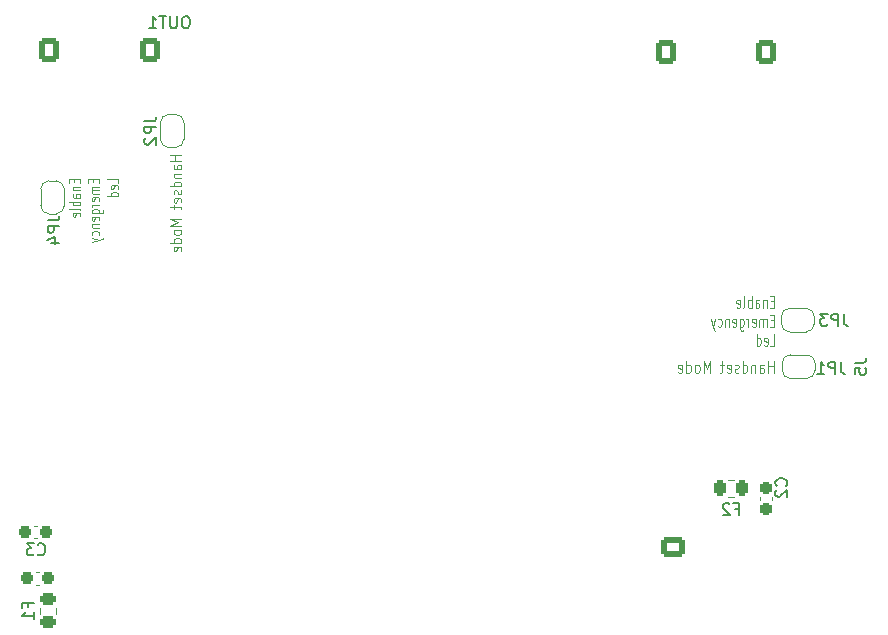
<source format=gbr>
%TF.GenerationSoftware,KiCad,Pcbnew,8.0.9-8.0.9-0~ubuntu22.04.1*%
%TF.CreationDate,2025-11-06T16:29:17+09:00*%
%TF.ProjectId,TweliteEmergencyStop,5477656c-6974-4654-956d-657267656e63,rev?*%
%TF.SameCoordinates,Original*%
%TF.FileFunction,Legend,Bot*%
%TF.FilePolarity,Positive*%
%FSLAX46Y46*%
G04 Gerber Fmt 4.6, Leading zero omitted, Abs format (unit mm)*
G04 Created by KiCad (PCBNEW 8.0.9-8.0.9-0~ubuntu22.04.1) date 2025-11-06 16:29:17*
%MOMM*%
%LPD*%
G01*
G04 APERTURE LIST*
G04 Aperture macros list*
%AMRoundRect*
0 Rectangle with rounded corners*
0 $1 Rounding radius*
0 $2 $3 $4 $5 $6 $7 $8 $9 X,Y pos of 4 corners*
0 Add a 4 corners polygon primitive as box body*
4,1,4,$2,$3,$4,$5,$6,$7,$8,$9,$2,$3,0*
0 Add four circle primitives for the rounded corners*
1,1,$1+$1,$2,$3*
1,1,$1+$1,$4,$5*
1,1,$1+$1,$6,$7*
1,1,$1+$1,$8,$9*
0 Add four rect primitives between the rounded corners*
20,1,$1+$1,$2,$3,$4,$5,0*
20,1,$1+$1,$4,$5,$6,$7,0*
20,1,$1+$1,$6,$7,$8,$9,0*
20,1,$1+$1,$8,$9,$2,$3,0*%
%AMHorizOval*
0 Thick line with rounded ends*
0 $1 width*
0 $2 $3 position (X,Y) of the first rounded end (center of the circle)*
0 $4 $5 position (X,Y) of the second rounded end (center of the circle)*
0 Add line between two ends*
20,1,$1,$2,$3,$4,$5,0*
0 Add two circle primitives to create the rounded ends*
1,1,$1,$2,$3*
1,1,$1,$4,$5*%
%AMFreePoly0*
4,1,19,0.500000,-0.750000,0.000000,-0.750000,0.000000,-0.744911,-0.071157,-0.744911,-0.207708,-0.704816,-0.327430,-0.627875,-0.420627,-0.520320,-0.479746,-0.390866,-0.500000,-0.250000,-0.500000,0.250000,-0.479746,0.390866,-0.420627,0.520320,-0.327430,0.627875,-0.207708,0.704816,-0.071157,0.744911,0.000000,0.744911,0.000000,0.750000,0.500000,0.750000,0.500000,-0.750000,0.500000,-0.750000,
$1*%
%AMFreePoly1*
4,1,19,0.000000,0.744911,0.071157,0.744911,0.207708,0.704816,0.327430,0.627875,0.420627,0.520320,0.479746,0.390866,0.500000,0.250000,0.500000,-0.250000,0.479746,-0.390866,0.420627,-0.520320,0.327430,-0.627875,0.207708,-0.704816,0.071157,-0.744911,0.000000,-0.744911,0.000000,-0.750000,-0.500000,-0.750000,-0.500000,0.750000,0.000000,0.750000,0.000000,0.744911,0.000000,0.744911,
$1*%
G04 Aperture macros list end*
%ADD10C,0.125000*%
%ADD11C,0.150000*%
%ADD12C,0.120000*%
%ADD13RoundRect,0.250000X-0.600000X-0.725000X0.600000X-0.725000X0.600000X0.725000X-0.600000X0.725000X0*%
%ADD14O,1.700000X1.950000*%
%ADD15R,1.700000X1.700000*%
%ADD16O,1.700000X1.700000*%
%ADD17RoundRect,0.250000X0.725000X-0.600000X0.725000X0.600000X-0.725000X0.600000X-0.725000X-0.600000X0*%
%ADD18O,1.950000X1.700000*%
%ADD19C,2.000000*%
%ADD20R,1.600000X1.600000*%
%ADD21O,1.600000X1.600000*%
%ADD22RoundRect,0.250000X0.600000X0.725000X-0.600000X0.725000X-0.600000X-0.725000X0.600000X-0.725000X0*%
%ADD23C,1.700000*%
%ADD24C,5.600000*%
%ADD25R,1.800000X1.800000*%
%ADD26C,1.800000*%
%ADD27RoundRect,0.250000X-0.725000X0.600000X-0.725000X-0.600000X0.725000X-0.600000X0.725000X0.600000X0*%
%ADD28HorizOval,3.100000X0.424264X0.424264X-0.424264X-0.424264X0*%
%ADD29RoundRect,0.237500X0.300000X0.237500X-0.300000X0.237500X-0.300000X-0.237500X0.300000X-0.237500X0*%
%ADD30FreePoly0,0.000000*%
%ADD31FreePoly1,0.000000*%
%ADD32RoundRect,0.237500X-0.237500X0.300000X-0.237500X-0.300000X0.237500X-0.300000X0.237500X0.300000X0*%
%ADD33RoundRect,0.243750X-0.456250X0.243750X-0.456250X-0.243750X0.456250X-0.243750X0.456250X0.243750X0*%
%ADD34FreePoly0,270.000000*%
%ADD35FreePoly1,270.000000*%
%ADD36RoundRect,0.243750X0.243750X0.456250X-0.243750X0.456250X-0.243750X-0.456250X0.243750X-0.456250X0*%
%ADD37FreePoly0,180.000000*%
%ADD38FreePoly1,180.000000*%
G04 APERTURE END LIST*
D10*
X223381097Y-62739421D02*
X223147764Y-62739421D01*
X223047764Y-63263231D02*
X223381097Y-63263231D01*
X223381097Y-63263231D02*
X223381097Y-62263231D01*
X223381097Y-62263231D02*
X223047764Y-62263231D01*
X222747764Y-62596564D02*
X222747764Y-63263231D01*
X222747764Y-62691802D02*
X222714431Y-62644183D01*
X222714431Y-62644183D02*
X222647764Y-62596564D01*
X222647764Y-62596564D02*
X222547764Y-62596564D01*
X222547764Y-62596564D02*
X222481097Y-62644183D01*
X222481097Y-62644183D02*
X222447764Y-62739421D01*
X222447764Y-62739421D02*
X222447764Y-63263231D01*
X221814431Y-63263231D02*
X221814431Y-62739421D01*
X221814431Y-62739421D02*
X221847764Y-62644183D01*
X221847764Y-62644183D02*
X221914431Y-62596564D01*
X221914431Y-62596564D02*
X222047764Y-62596564D01*
X222047764Y-62596564D02*
X222114431Y-62644183D01*
X221814431Y-63215612D02*
X221881098Y-63263231D01*
X221881098Y-63263231D02*
X222047764Y-63263231D01*
X222047764Y-63263231D02*
X222114431Y-63215612D01*
X222114431Y-63215612D02*
X222147764Y-63120373D01*
X222147764Y-63120373D02*
X222147764Y-63025135D01*
X222147764Y-63025135D02*
X222114431Y-62929897D01*
X222114431Y-62929897D02*
X222047764Y-62882278D01*
X222047764Y-62882278D02*
X221881098Y-62882278D01*
X221881098Y-62882278D02*
X221814431Y-62834659D01*
X221481098Y-63263231D02*
X221481098Y-62263231D01*
X221481098Y-62644183D02*
X221414431Y-62596564D01*
X221414431Y-62596564D02*
X221281098Y-62596564D01*
X221281098Y-62596564D02*
X221214431Y-62644183D01*
X221214431Y-62644183D02*
X221181098Y-62691802D01*
X221181098Y-62691802D02*
X221147765Y-62787040D01*
X221147765Y-62787040D02*
X221147765Y-63072754D01*
X221147765Y-63072754D02*
X221181098Y-63167992D01*
X221181098Y-63167992D02*
X221214431Y-63215612D01*
X221214431Y-63215612D02*
X221281098Y-63263231D01*
X221281098Y-63263231D02*
X221414431Y-63263231D01*
X221414431Y-63263231D02*
X221481098Y-63215612D01*
X220747765Y-63263231D02*
X220814432Y-63215612D01*
X220814432Y-63215612D02*
X220847765Y-63120373D01*
X220847765Y-63120373D02*
X220847765Y-62263231D01*
X220214431Y-63215612D02*
X220281098Y-63263231D01*
X220281098Y-63263231D02*
X220414431Y-63263231D01*
X220414431Y-63263231D02*
X220481098Y-63215612D01*
X220481098Y-63215612D02*
X220514431Y-63120373D01*
X220514431Y-63120373D02*
X220514431Y-62739421D01*
X220514431Y-62739421D02*
X220481098Y-62644183D01*
X220481098Y-62644183D02*
X220414431Y-62596564D01*
X220414431Y-62596564D02*
X220281098Y-62596564D01*
X220281098Y-62596564D02*
X220214431Y-62644183D01*
X220214431Y-62644183D02*
X220181098Y-62739421D01*
X220181098Y-62739421D02*
X220181098Y-62834659D01*
X220181098Y-62834659D02*
X220514431Y-62929897D01*
X223381097Y-64349365D02*
X223147764Y-64349365D01*
X223047764Y-64873175D02*
X223381097Y-64873175D01*
X223381097Y-64873175D02*
X223381097Y-63873175D01*
X223381097Y-63873175D02*
X223047764Y-63873175D01*
X222747764Y-64873175D02*
X222747764Y-64206508D01*
X222747764Y-64301746D02*
X222714431Y-64254127D01*
X222714431Y-64254127D02*
X222647764Y-64206508D01*
X222647764Y-64206508D02*
X222547764Y-64206508D01*
X222547764Y-64206508D02*
X222481097Y-64254127D01*
X222481097Y-64254127D02*
X222447764Y-64349365D01*
X222447764Y-64349365D02*
X222447764Y-64873175D01*
X222447764Y-64349365D02*
X222414431Y-64254127D01*
X222414431Y-64254127D02*
X222347764Y-64206508D01*
X222347764Y-64206508D02*
X222247764Y-64206508D01*
X222247764Y-64206508D02*
X222181097Y-64254127D01*
X222181097Y-64254127D02*
X222147764Y-64349365D01*
X222147764Y-64349365D02*
X222147764Y-64873175D01*
X221547764Y-64825556D02*
X221614431Y-64873175D01*
X221614431Y-64873175D02*
X221747764Y-64873175D01*
X221747764Y-64873175D02*
X221814431Y-64825556D01*
X221814431Y-64825556D02*
X221847764Y-64730317D01*
X221847764Y-64730317D02*
X221847764Y-64349365D01*
X221847764Y-64349365D02*
X221814431Y-64254127D01*
X221814431Y-64254127D02*
X221747764Y-64206508D01*
X221747764Y-64206508D02*
X221614431Y-64206508D01*
X221614431Y-64206508D02*
X221547764Y-64254127D01*
X221547764Y-64254127D02*
X221514431Y-64349365D01*
X221514431Y-64349365D02*
X221514431Y-64444603D01*
X221514431Y-64444603D02*
X221847764Y-64539841D01*
X221214431Y-64873175D02*
X221214431Y-64206508D01*
X221214431Y-64396984D02*
X221181098Y-64301746D01*
X221181098Y-64301746D02*
X221147764Y-64254127D01*
X221147764Y-64254127D02*
X221081098Y-64206508D01*
X221081098Y-64206508D02*
X221014431Y-64206508D01*
X220481098Y-64206508D02*
X220481098Y-65016032D01*
X220481098Y-65016032D02*
X220514431Y-65111270D01*
X220514431Y-65111270D02*
X220547765Y-65158889D01*
X220547765Y-65158889D02*
X220614431Y-65206508D01*
X220614431Y-65206508D02*
X220714431Y-65206508D01*
X220714431Y-65206508D02*
X220781098Y-65158889D01*
X220481098Y-64825556D02*
X220547765Y-64873175D01*
X220547765Y-64873175D02*
X220681098Y-64873175D01*
X220681098Y-64873175D02*
X220747765Y-64825556D01*
X220747765Y-64825556D02*
X220781098Y-64777936D01*
X220781098Y-64777936D02*
X220814431Y-64682698D01*
X220814431Y-64682698D02*
X220814431Y-64396984D01*
X220814431Y-64396984D02*
X220781098Y-64301746D01*
X220781098Y-64301746D02*
X220747765Y-64254127D01*
X220747765Y-64254127D02*
X220681098Y-64206508D01*
X220681098Y-64206508D02*
X220547765Y-64206508D01*
X220547765Y-64206508D02*
X220481098Y-64254127D01*
X219881098Y-64825556D02*
X219947765Y-64873175D01*
X219947765Y-64873175D02*
X220081098Y-64873175D01*
X220081098Y-64873175D02*
X220147765Y-64825556D01*
X220147765Y-64825556D02*
X220181098Y-64730317D01*
X220181098Y-64730317D02*
X220181098Y-64349365D01*
X220181098Y-64349365D02*
X220147765Y-64254127D01*
X220147765Y-64254127D02*
X220081098Y-64206508D01*
X220081098Y-64206508D02*
X219947765Y-64206508D01*
X219947765Y-64206508D02*
X219881098Y-64254127D01*
X219881098Y-64254127D02*
X219847765Y-64349365D01*
X219847765Y-64349365D02*
X219847765Y-64444603D01*
X219847765Y-64444603D02*
X220181098Y-64539841D01*
X219547765Y-64206508D02*
X219547765Y-64873175D01*
X219547765Y-64301746D02*
X219514432Y-64254127D01*
X219514432Y-64254127D02*
X219447765Y-64206508D01*
X219447765Y-64206508D02*
X219347765Y-64206508D01*
X219347765Y-64206508D02*
X219281098Y-64254127D01*
X219281098Y-64254127D02*
X219247765Y-64349365D01*
X219247765Y-64349365D02*
X219247765Y-64873175D01*
X218614432Y-64825556D02*
X218681099Y-64873175D01*
X218681099Y-64873175D02*
X218814432Y-64873175D01*
X218814432Y-64873175D02*
X218881099Y-64825556D01*
X218881099Y-64825556D02*
X218914432Y-64777936D01*
X218914432Y-64777936D02*
X218947765Y-64682698D01*
X218947765Y-64682698D02*
X218947765Y-64396984D01*
X218947765Y-64396984D02*
X218914432Y-64301746D01*
X218914432Y-64301746D02*
X218881099Y-64254127D01*
X218881099Y-64254127D02*
X218814432Y-64206508D01*
X218814432Y-64206508D02*
X218681099Y-64206508D01*
X218681099Y-64206508D02*
X218614432Y-64254127D01*
X218381099Y-64206508D02*
X218214432Y-64873175D01*
X218047765Y-64206508D02*
X218214432Y-64873175D01*
X218214432Y-64873175D02*
X218281099Y-65111270D01*
X218281099Y-65111270D02*
X218314432Y-65158889D01*
X218314432Y-65158889D02*
X218381099Y-65206508D01*
X223047764Y-66483119D02*
X223381097Y-66483119D01*
X223381097Y-66483119D02*
X223381097Y-65483119D01*
X222547763Y-66435500D02*
X222614430Y-66483119D01*
X222614430Y-66483119D02*
X222747763Y-66483119D01*
X222747763Y-66483119D02*
X222814430Y-66435500D01*
X222814430Y-66435500D02*
X222847763Y-66340261D01*
X222847763Y-66340261D02*
X222847763Y-65959309D01*
X222847763Y-65959309D02*
X222814430Y-65864071D01*
X222814430Y-65864071D02*
X222747763Y-65816452D01*
X222747763Y-65816452D02*
X222614430Y-65816452D01*
X222614430Y-65816452D02*
X222547763Y-65864071D01*
X222547763Y-65864071D02*
X222514430Y-65959309D01*
X222514430Y-65959309D02*
X222514430Y-66054547D01*
X222514430Y-66054547D02*
X222847763Y-66149785D01*
X221914430Y-66483119D02*
X221914430Y-65483119D01*
X221914430Y-66435500D02*
X221981097Y-66483119D01*
X221981097Y-66483119D02*
X222114430Y-66483119D01*
X222114430Y-66483119D02*
X222181097Y-66435500D01*
X222181097Y-66435500D02*
X222214430Y-66387880D01*
X222214430Y-66387880D02*
X222247763Y-66292642D01*
X222247763Y-66292642D02*
X222247763Y-66006928D01*
X222247763Y-66006928D02*
X222214430Y-65911690D01*
X222214430Y-65911690D02*
X222181097Y-65864071D01*
X222181097Y-65864071D02*
X222114430Y-65816452D01*
X222114430Y-65816452D02*
X221981097Y-65816452D01*
X221981097Y-65816452D02*
X221914430Y-65864071D01*
X173209119Y-50374712D02*
X172209119Y-50374712D01*
X172685309Y-50374712D02*
X172685309Y-50831855D01*
X173209119Y-50831855D02*
X172209119Y-50831855D01*
X173209119Y-51555664D02*
X172685309Y-51555664D01*
X172685309Y-51555664D02*
X172590071Y-51517569D01*
X172590071Y-51517569D02*
X172542452Y-51441378D01*
X172542452Y-51441378D02*
X172542452Y-51288997D01*
X172542452Y-51288997D02*
X172590071Y-51212807D01*
X173161500Y-51555664D02*
X173209119Y-51479473D01*
X173209119Y-51479473D02*
X173209119Y-51288997D01*
X173209119Y-51288997D02*
X173161500Y-51212807D01*
X173161500Y-51212807D02*
X173066261Y-51174711D01*
X173066261Y-51174711D02*
X172971023Y-51174711D01*
X172971023Y-51174711D02*
X172875785Y-51212807D01*
X172875785Y-51212807D02*
X172828166Y-51288997D01*
X172828166Y-51288997D02*
X172828166Y-51479473D01*
X172828166Y-51479473D02*
X172780547Y-51555664D01*
X172542452Y-51936617D02*
X173209119Y-51936617D01*
X172637690Y-51936617D02*
X172590071Y-51974712D01*
X172590071Y-51974712D02*
X172542452Y-52050902D01*
X172542452Y-52050902D02*
X172542452Y-52165188D01*
X172542452Y-52165188D02*
X172590071Y-52241379D01*
X172590071Y-52241379D02*
X172685309Y-52279474D01*
X172685309Y-52279474D02*
X173209119Y-52279474D01*
X173209119Y-53003284D02*
X172209119Y-53003284D01*
X173161500Y-53003284D02*
X173209119Y-52927093D01*
X173209119Y-52927093D02*
X173209119Y-52774712D01*
X173209119Y-52774712D02*
X173161500Y-52698522D01*
X173161500Y-52698522D02*
X173113880Y-52660427D01*
X173113880Y-52660427D02*
X173018642Y-52622331D01*
X173018642Y-52622331D02*
X172732928Y-52622331D01*
X172732928Y-52622331D02*
X172637690Y-52660427D01*
X172637690Y-52660427D02*
X172590071Y-52698522D01*
X172590071Y-52698522D02*
X172542452Y-52774712D01*
X172542452Y-52774712D02*
X172542452Y-52927093D01*
X172542452Y-52927093D02*
X172590071Y-53003284D01*
X173161500Y-53346141D02*
X173209119Y-53422332D01*
X173209119Y-53422332D02*
X173209119Y-53574713D01*
X173209119Y-53574713D02*
X173161500Y-53650903D01*
X173161500Y-53650903D02*
X173066261Y-53688999D01*
X173066261Y-53688999D02*
X173018642Y-53688999D01*
X173018642Y-53688999D02*
X172923404Y-53650903D01*
X172923404Y-53650903D02*
X172875785Y-53574713D01*
X172875785Y-53574713D02*
X172875785Y-53460427D01*
X172875785Y-53460427D02*
X172828166Y-53384237D01*
X172828166Y-53384237D02*
X172732928Y-53346141D01*
X172732928Y-53346141D02*
X172685309Y-53346141D01*
X172685309Y-53346141D02*
X172590071Y-53384237D01*
X172590071Y-53384237D02*
X172542452Y-53460427D01*
X172542452Y-53460427D02*
X172542452Y-53574713D01*
X172542452Y-53574713D02*
X172590071Y-53650903D01*
X173161500Y-54336618D02*
X173209119Y-54260427D01*
X173209119Y-54260427D02*
X173209119Y-54108046D01*
X173209119Y-54108046D02*
X173161500Y-54031856D01*
X173161500Y-54031856D02*
X173066261Y-53993760D01*
X173066261Y-53993760D02*
X172685309Y-53993760D01*
X172685309Y-53993760D02*
X172590071Y-54031856D01*
X172590071Y-54031856D02*
X172542452Y-54108046D01*
X172542452Y-54108046D02*
X172542452Y-54260427D01*
X172542452Y-54260427D02*
X172590071Y-54336618D01*
X172590071Y-54336618D02*
X172685309Y-54374713D01*
X172685309Y-54374713D02*
X172780547Y-54374713D01*
X172780547Y-54374713D02*
X172875785Y-53993760D01*
X172542452Y-54603284D02*
X172542452Y-54908046D01*
X172209119Y-54717570D02*
X173066261Y-54717570D01*
X173066261Y-54717570D02*
X173161500Y-54755665D01*
X173161500Y-54755665D02*
X173209119Y-54831855D01*
X173209119Y-54831855D02*
X173209119Y-54908046D01*
X173209119Y-55784237D02*
X172209119Y-55784237D01*
X172209119Y-55784237D02*
X172923404Y-56050903D01*
X172923404Y-56050903D02*
X172209119Y-56317570D01*
X172209119Y-56317570D02*
X173209119Y-56317570D01*
X173209119Y-56812808D02*
X173161500Y-56736618D01*
X173161500Y-56736618D02*
X173113880Y-56698523D01*
X173113880Y-56698523D02*
X173018642Y-56660427D01*
X173018642Y-56660427D02*
X172732928Y-56660427D01*
X172732928Y-56660427D02*
X172637690Y-56698523D01*
X172637690Y-56698523D02*
X172590071Y-56736618D01*
X172590071Y-56736618D02*
X172542452Y-56812808D01*
X172542452Y-56812808D02*
X172542452Y-56927094D01*
X172542452Y-56927094D02*
X172590071Y-57003285D01*
X172590071Y-57003285D02*
X172637690Y-57041380D01*
X172637690Y-57041380D02*
X172732928Y-57079475D01*
X172732928Y-57079475D02*
X173018642Y-57079475D01*
X173018642Y-57079475D02*
X173113880Y-57041380D01*
X173113880Y-57041380D02*
X173161500Y-57003285D01*
X173161500Y-57003285D02*
X173209119Y-56927094D01*
X173209119Y-56927094D02*
X173209119Y-56812808D01*
X173209119Y-57765190D02*
X172209119Y-57765190D01*
X173161500Y-57765190D02*
X173209119Y-57688999D01*
X173209119Y-57688999D02*
X173209119Y-57536618D01*
X173209119Y-57536618D02*
X173161500Y-57460428D01*
X173161500Y-57460428D02*
X173113880Y-57422333D01*
X173113880Y-57422333D02*
X173018642Y-57384237D01*
X173018642Y-57384237D02*
X172732928Y-57384237D01*
X172732928Y-57384237D02*
X172637690Y-57422333D01*
X172637690Y-57422333D02*
X172590071Y-57460428D01*
X172590071Y-57460428D02*
X172542452Y-57536618D01*
X172542452Y-57536618D02*
X172542452Y-57688999D01*
X172542452Y-57688999D02*
X172590071Y-57765190D01*
X173161500Y-58450905D02*
X173209119Y-58374714D01*
X173209119Y-58374714D02*
X173209119Y-58222333D01*
X173209119Y-58222333D02*
X173161500Y-58146143D01*
X173161500Y-58146143D02*
X173066261Y-58108047D01*
X173066261Y-58108047D02*
X172685309Y-58108047D01*
X172685309Y-58108047D02*
X172590071Y-58146143D01*
X172590071Y-58146143D02*
X172542452Y-58222333D01*
X172542452Y-58222333D02*
X172542452Y-58374714D01*
X172542452Y-58374714D02*
X172590071Y-58450905D01*
X172590071Y-58450905D02*
X172685309Y-58489000D01*
X172685309Y-58489000D02*
X172780547Y-58489000D01*
X172780547Y-58489000D02*
X172875785Y-58108047D01*
X164131421Y-52382902D02*
X164131421Y-52616236D01*
X164655231Y-52716236D02*
X164655231Y-52382902D01*
X164655231Y-52382902D02*
X163655231Y-52382902D01*
X163655231Y-52382902D02*
X163655231Y-52716236D01*
X163988564Y-53016235D02*
X164655231Y-53016235D01*
X164083802Y-53016235D02*
X164036183Y-53049569D01*
X164036183Y-53049569D02*
X163988564Y-53116235D01*
X163988564Y-53116235D02*
X163988564Y-53216235D01*
X163988564Y-53216235D02*
X164036183Y-53282902D01*
X164036183Y-53282902D02*
X164131421Y-53316235D01*
X164131421Y-53316235D02*
X164655231Y-53316235D01*
X164655231Y-53949568D02*
X164131421Y-53949568D01*
X164131421Y-53949568D02*
X164036183Y-53916235D01*
X164036183Y-53916235D02*
X163988564Y-53849568D01*
X163988564Y-53849568D02*
X163988564Y-53716235D01*
X163988564Y-53716235D02*
X164036183Y-53649568D01*
X164607612Y-53949568D02*
X164655231Y-53882902D01*
X164655231Y-53882902D02*
X164655231Y-53716235D01*
X164655231Y-53716235D02*
X164607612Y-53649568D01*
X164607612Y-53649568D02*
X164512373Y-53616235D01*
X164512373Y-53616235D02*
X164417135Y-53616235D01*
X164417135Y-53616235D02*
X164321897Y-53649568D01*
X164321897Y-53649568D02*
X164274278Y-53716235D01*
X164274278Y-53716235D02*
X164274278Y-53882902D01*
X164274278Y-53882902D02*
X164226659Y-53949568D01*
X164655231Y-54282901D02*
X163655231Y-54282901D01*
X164036183Y-54282901D02*
X163988564Y-54349568D01*
X163988564Y-54349568D02*
X163988564Y-54482901D01*
X163988564Y-54482901D02*
X164036183Y-54549568D01*
X164036183Y-54549568D02*
X164083802Y-54582901D01*
X164083802Y-54582901D02*
X164179040Y-54616235D01*
X164179040Y-54616235D02*
X164464754Y-54616235D01*
X164464754Y-54616235D02*
X164559992Y-54582901D01*
X164559992Y-54582901D02*
X164607612Y-54549568D01*
X164607612Y-54549568D02*
X164655231Y-54482901D01*
X164655231Y-54482901D02*
X164655231Y-54349568D01*
X164655231Y-54349568D02*
X164607612Y-54282901D01*
X164655231Y-55016234D02*
X164607612Y-54949568D01*
X164607612Y-54949568D02*
X164512373Y-54916234D01*
X164512373Y-54916234D02*
X163655231Y-54916234D01*
X164607612Y-55549568D02*
X164655231Y-55482901D01*
X164655231Y-55482901D02*
X164655231Y-55349568D01*
X164655231Y-55349568D02*
X164607612Y-55282901D01*
X164607612Y-55282901D02*
X164512373Y-55249568D01*
X164512373Y-55249568D02*
X164131421Y-55249568D01*
X164131421Y-55249568D02*
X164036183Y-55282901D01*
X164036183Y-55282901D02*
X163988564Y-55349568D01*
X163988564Y-55349568D02*
X163988564Y-55482901D01*
X163988564Y-55482901D02*
X164036183Y-55549568D01*
X164036183Y-55549568D02*
X164131421Y-55582901D01*
X164131421Y-55582901D02*
X164226659Y-55582901D01*
X164226659Y-55582901D02*
X164321897Y-55249568D01*
X165741365Y-52382902D02*
X165741365Y-52616236D01*
X166265175Y-52716236D02*
X166265175Y-52382902D01*
X166265175Y-52382902D02*
X165265175Y-52382902D01*
X165265175Y-52382902D02*
X165265175Y-52716236D01*
X166265175Y-53016235D02*
X165598508Y-53016235D01*
X165693746Y-53016235D02*
X165646127Y-53049569D01*
X165646127Y-53049569D02*
X165598508Y-53116235D01*
X165598508Y-53116235D02*
X165598508Y-53216235D01*
X165598508Y-53216235D02*
X165646127Y-53282902D01*
X165646127Y-53282902D02*
X165741365Y-53316235D01*
X165741365Y-53316235D02*
X166265175Y-53316235D01*
X165741365Y-53316235D02*
X165646127Y-53349569D01*
X165646127Y-53349569D02*
X165598508Y-53416235D01*
X165598508Y-53416235D02*
X165598508Y-53516235D01*
X165598508Y-53516235D02*
X165646127Y-53582902D01*
X165646127Y-53582902D02*
X165741365Y-53616235D01*
X165741365Y-53616235D02*
X166265175Y-53616235D01*
X166217556Y-54216235D02*
X166265175Y-54149568D01*
X166265175Y-54149568D02*
X166265175Y-54016235D01*
X166265175Y-54016235D02*
X166217556Y-53949568D01*
X166217556Y-53949568D02*
X166122317Y-53916235D01*
X166122317Y-53916235D02*
X165741365Y-53916235D01*
X165741365Y-53916235D02*
X165646127Y-53949568D01*
X165646127Y-53949568D02*
X165598508Y-54016235D01*
X165598508Y-54016235D02*
X165598508Y-54149568D01*
X165598508Y-54149568D02*
X165646127Y-54216235D01*
X165646127Y-54216235D02*
X165741365Y-54249568D01*
X165741365Y-54249568D02*
X165836603Y-54249568D01*
X165836603Y-54249568D02*
X165931841Y-53916235D01*
X166265175Y-54549568D02*
X165598508Y-54549568D01*
X165788984Y-54549568D02*
X165693746Y-54582902D01*
X165693746Y-54582902D02*
X165646127Y-54616235D01*
X165646127Y-54616235D02*
X165598508Y-54682902D01*
X165598508Y-54682902D02*
X165598508Y-54749568D01*
X165598508Y-55282901D02*
X166408032Y-55282901D01*
X166408032Y-55282901D02*
X166503270Y-55249568D01*
X166503270Y-55249568D02*
X166550889Y-55216235D01*
X166550889Y-55216235D02*
X166598508Y-55149568D01*
X166598508Y-55149568D02*
X166598508Y-55049568D01*
X166598508Y-55049568D02*
X166550889Y-54982901D01*
X166217556Y-55282901D02*
X166265175Y-55216235D01*
X166265175Y-55216235D02*
X166265175Y-55082901D01*
X166265175Y-55082901D02*
X166217556Y-55016235D01*
X166217556Y-55016235D02*
X166169936Y-54982901D01*
X166169936Y-54982901D02*
X166074698Y-54949568D01*
X166074698Y-54949568D02*
X165788984Y-54949568D01*
X165788984Y-54949568D02*
X165693746Y-54982901D01*
X165693746Y-54982901D02*
X165646127Y-55016235D01*
X165646127Y-55016235D02*
X165598508Y-55082901D01*
X165598508Y-55082901D02*
X165598508Y-55216235D01*
X165598508Y-55216235D02*
X165646127Y-55282901D01*
X166217556Y-55882901D02*
X166265175Y-55816234D01*
X166265175Y-55816234D02*
X166265175Y-55682901D01*
X166265175Y-55682901D02*
X166217556Y-55616234D01*
X166217556Y-55616234D02*
X166122317Y-55582901D01*
X166122317Y-55582901D02*
X165741365Y-55582901D01*
X165741365Y-55582901D02*
X165646127Y-55616234D01*
X165646127Y-55616234D02*
X165598508Y-55682901D01*
X165598508Y-55682901D02*
X165598508Y-55816234D01*
X165598508Y-55816234D02*
X165646127Y-55882901D01*
X165646127Y-55882901D02*
X165741365Y-55916234D01*
X165741365Y-55916234D02*
X165836603Y-55916234D01*
X165836603Y-55916234D02*
X165931841Y-55582901D01*
X165598508Y-56216234D02*
X166265175Y-56216234D01*
X165693746Y-56216234D02*
X165646127Y-56249568D01*
X165646127Y-56249568D02*
X165598508Y-56316234D01*
X165598508Y-56316234D02*
X165598508Y-56416234D01*
X165598508Y-56416234D02*
X165646127Y-56482901D01*
X165646127Y-56482901D02*
X165741365Y-56516234D01*
X165741365Y-56516234D02*
X166265175Y-56516234D01*
X166217556Y-57149567D02*
X166265175Y-57082901D01*
X166265175Y-57082901D02*
X166265175Y-56949567D01*
X166265175Y-56949567D02*
X166217556Y-56882901D01*
X166217556Y-56882901D02*
X166169936Y-56849567D01*
X166169936Y-56849567D02*
X166074698Y-56816234D01*
X166074698Y-56816234D02*
X165788984Y-56816234D01*
X165788984Y-56816234D02*
X165693746Y-56849567D01*
X165693746Y-56849567D02*
X165646127Y-56882901D01*
X165646127Y-56882901D02*
X165598508Y-56949567D01*
X165598508Y-56949567D02*
X165598508Y-57082901D01*
X165598508Y-57082901D02*
X165646127Y-57149567D01*
X165598508Y-57382901D02*
X166265175Y-57549567D01*
X165598508Y-57716234D02*
X166265175Y-57549567D01*
X166265175Y-57549567D02*
X166503270Y-57482901D01*
X166503270Y-57482901D02*
X166550889Y-57449567D01*
X166550889Y-57449567D02*
X166598508Y-57382901D01*
X167875119Y-52716236D02*
X167875119Y-52382902D01*
X167875119Y-52382902D02*
X166875119Y-52382902D01*
X167827500Y-53216236D02*
X167875119Y-53149569D01*
X167875119Y-53149569D02*
X167875119Y-53016236D01*
X167875119Y-53016236D02*
X167827500Y-52949569D01*
X167827500Y-52949569D02*
X167732261Y-52916236D01*
X167732261Y-52916236D02*
X167351309Y-52916236D01*
X167351309Y-52916236D02*
X167256071Y-52949569D01*
X167256071Y-52949569D02*
X167208452Y-53016236D01*
X167208452Y-53016236D02*
X167208452Y-53149569D01*
X167208452Y-53149569D02*
X167256071Y-53216236D01*
X167256071Y-53216236D02*
X167351309Y-53249569D01*
X167351309Y-53249569D02*
X167446547Y-53249569D01*
X167446547Y-53249569D02*
X167541785Y-52916236D01*
X167875119Y-53849569D02*
X166875119Y-53849569D01*
X167827500Y-53849569D02*
X167875119Y-53782903D01*
X167875119Y-53782903D02*
X167875119Y-53649569D01*
X167875119Y-53649569D02*
X167827500Y-53582903D01*
X167827500Y-53582903D02*
X167779880Y-53549569D01*
X167779880Y-53549569D02*
X167684642Y-53516236D01*
X167684642Y-53516236D02*
X167398928Y-53516236D01*
X167398928Y-53516236D02*
X167303690Y-53549569D01*
X167303690Y-53549569D02*
X167256071Y-53582903D01*
X167256071Y-53582903D02*
X167208452Y-53649569D01*
X167208452Y-53649569D02*
X167208452Y-53782903D01*
X167208452Y-53782903D02*
X167256071Y-53849569D01*
X223357287Y-68769119D02*
X223357287Y-67769119D01*
X223357287Y-68245309D02*
X222900144Y-68245309D01*
X222900144Y-68769119D02*
X222900144Y-67769119D01*
X222176335Y-68769119D02*
X222176335Y-68245309D01*
X222176335Y-68245309D02*
X222214430Y-68150071D01*
X222214430Y-68150071D02*
X222290621Y-68102452D01*
X222290621Y-68102452D02*
X222443002Y-68102452D01*
X222443002Y-68102452D02*
X222519192Y-68150071D01*
X222176335Y-68721500D02*
X222252526Y-68769119D01*
X222252526Y-68769119D02*
X222443002Y-68769119D01*
X222443002Y-68769119D02*
X222519192Y-68721500D01*
X222519192Y-68721500D02*
X222557288Y-68626261D01*
X222557288Y-68626261D02*
X222557288Y-68531023D01*
X222557288Y-68531023D02*
X222519192Y-68435785D01*
X222519192Y-68435785D02*
X222443002Y-68388166D01*
X222443002Y-68388166D02*
X222252526Y-68388166D01*
X222252526Y-68388166D02*
X222176335Y-68340547D01*
X221795382Y-68102452D02*
X221795382Y-68769119D01*
X221795382Y-68197690D02*
X221757287Y-68150071D01*
X221757287Y-68150071D02*
X221681097Y-68102452D01*
X221681097Y-68102452D02*
X221566811Y-68102452D01*
X221566811Y-68102452D02*
X221490620Y-68150071D01*
X221490620Y-68150071D02*
X221452525Y-68245309D01*
X221452525Y-68245309D02*
X221452525Y-68769119D01*
X220728715Y-68769119D02*
X220728715Y-67769119D01*
X220728715Y-68721500D02*
X220804906Y-68769119D01*
X220804906Y-68769119D02*
X220957287Y-68769119D01*
X220957287Y-68769119D02*
X221033477Y-68721500D01*
X221033477Y-68721500D02*
X221071572Y-68673880D01*
X221071572Y-68673880D02*
X221109668Y-68578642D01*
X221109668Y-68578642D02*
X221109668Y-68292928D01*
X221109668Y-68292928D02*
X221071572Y-68197690D01*
X221071572Y-68197690D02*
X221033477Y-68150071D01*
X221033477Y-68150071D02*
X220957287Y-68102452D01*
X220957287Y-68102452D02*
X220804906Y-68102452D01*
X220804906Y-68102452D02*
X220728715Y-68150071D01*
X220385858Y-68721500D02*
X220309667Y-68769119D01*
X220309667Y-68769119D02*
X220157286Y-68769119D01*
X220157286Y-68769119D02*
X220081096Y-68721500D01*
X220081096Y-68721500D02*
X220043000Y-68626261D01*
X220043000Y-68626261D02*
X220043000Y-68578642D01*
X220043000Y-68578642D02*
X220081096Y-68483404D01*
X220081096Y-68483404D02*
X220157286Y-68435785D01*
X220157286Y-68435785D02*
X220271572Y-68435785D01*
X220271572Y-68435785D02*
X220347762Y-68388166D01*
X220347762Y-68388166D02*
X220385858Y-68292928D01*
X220385858Y-68292928D02*
X220385858Y-68245309D01*
X220385858Y-68245309D02*
X220347762Y-68150071D01*
X220347762Y-68150071D02*
X220271572Y-68102452D01*
X220271572Y-68102452D02*
X220157286Y-68102452D01*
X220157286Y-68102452D02*
X220081096Y-68150071D01*
X219395381Y-68721500D02*
X219471572Y-68769119D01*
X219471572Y-68769119D02*
X219623953Y-68769119D01*
X219623953Y-68769119D02*
X219700143Y-68721500D01*
X219700143Y-68721500D02*
X219738239Y-68626261D01*
X219738239Y-68626261D02*
X219738239Y-68245309D01*
X219738239Y-68245309D02*
X219700143Y-68150071D01*
X219700143Y-68150071D02*
X219623953Y-68102452D01*
X219623953Y-68102452D02*
X219471572Y-68102452D01*
X219471572Y-68102452D02*
X219395381Y-68150071D01*
X219395381Y-68150071D02*
X219357286Y-68245309D01*
X219357286Y-68245309D02*
X219357286Y-68340547D01*
X219357286Y-68340547D02*
X219738239Y-68435785D01*
X219128715Y-68102452D02*
X218823953Y-68102452D01*
X219014429Y-67769119D02*
X219014429Y-68626261D01*
X219014429Y-68626261D02*
X218976334Y-68721500D01*
X218976334Y-68721500D02*
X218900144Y-68769119D01*
X218900144Y-68769119D02*
X218823953Y-68769119D01*
X217947762Y-68769119D02*
X217947762Y-67769119D01*
X217947762Y-67769119D02*
X217681096Y-68483404D01*
X217681096Y-68483404D02*
X217414429Y-67769119D01*
X217414429Y-67769119D02*
X217414429Y-68769119D01*
X216919191Y-68769119D02*
X216995381Y-68721500D01*
X216995381Y-68721500D02*
X217033476Y-68673880D01*
X217033476Y-68673880D02*
X217071572Y-68578642D01*
X217071572Y-68578642D02*
X217071572Y-68292928D01*
X217071572Y-68292928D02*
X217033476Y-68197690D01*
X217033476Y-68197690D02*
X216995381Y-68150071D01*
X216995381Y-68150071D02*
X216919191Y-68102452D01*
X216919191Y-68102452D02*
X216804905Y-68102452D01*
X216804905Y-68102452D02*
X216728714Y-68150071D01*
X216728714Y-68150071D02*
X216690619Y-68197690D01*
X216690619Y-68197690D02*
X216652524Y-68292928D01*
X216652524Y-68292928D02*
X216652524Y-68578642D01*
X216652524Y-68578642D02*
X216690619Y-68673880D01*
X216690619Y-68673880D02*
X216728714Y-68721500D01*
X216728714Y-68721500D02*
X216804905Y-68769119D01*
X216804905Y-68769119D02*
X216919191Y-68769119D01*
X215966809Y-68769119D02*
X215966809Y-67769119D01*
X215966809Y-68721500D02*
X216043000Y-68769119D01*
X216043000Y-68769119D02*
X216195381Y-68769119D01*
X216195381Y-68769119D02*
X216271571Y-68721500D01*
X216271571Y-68721500D02*
X216309666Y-68673880D01*
X216309666Y-68673880D02*
X216347762Y-68578642D01*
X216347762Y-68578642D02*
X216347762Y-68292928D01*
X216347762Y-68292928D02*
X216309666Y-68197690D01*
X216309666Y-68197690D02*
X216271571Y-68150071D01*
X216271571Y-68150071D02*
X216195381Y-68102452D01*
X216195381Y-68102452D02*
X216043000Y-68102452D01*
X216043000Y-68102452D02*
X215966809Y-68150071D01*
X215281094Y-68721500D02*
X215357285Y-68769119D01*
X215357285Y-68769119D02*
X215509666Y-68769119D01*
X215509666Y-68769119D02*
X215585856Y-68721500D01*
X215585856Y-68721500D02*
X215623952Y-68626261D01*
X215623952Y-68626261D02*
X215623952Y-68245309D01*
X215623952Y-68245309D02*
X215585856Y-68150071D01*
X215585856Y-68150071D02*
X215509666Y-68102452D01*
X215509666Y-68102452D02*
X215357285Y-68102452D01*
X215357285Y-68102452D02*
X215281094Y-68150071D01*
X215281094Y-68150071D02*
X215242999Y-68245309D01*
X215242999Y-68245309D02*
X215242999Y-68340547D01*
X215242999Y-68340547D02*
X215623952Y-68435785D01*
D11*
X173670190Y-38600819D02*
X173479714Y-38600819D01*
X173479714Y-38600819D02*
X173384476Y-38648438D01*
X173384476Y-38648438D02*
X173289238Y-38743676D01*
X173289238Y-38743676D02*
X173241619Y-38934152D01*
X173241619Y-38934152D02*
X173241619Y-39267485D01*
X173241619Y-39267485D02*
X173289238Y-39457961D01*
X173289238Y-39457961D02*
X173384476Y-39553200D01*
X173384476Y-39553200D02*
X173479714Y-39600819D01*
X173479714Y-39600819D02*
X173670190Y-39600819D01*
X173670190Y-39600819D02*
X173765428Y-39553200D01*
X173765428Y-39553200D02*
X173860666Y-39457961D01*
X173860666Y-39457961D02*
X173908285Y-39267485D01*
X173908285Y-39267485D02*
X173908285Y-38934152D01*
X173908285Y-38934152D02*
X173860666Y-38743676D01*
X173860666Y-38743676D02*
X173765428Y-38648438D01*
X173765428Y-38648438D02*
X173670190Y-38600819D01*
X172813047Y-38600819D02*
X172813047Y-39410342D01*
X172813047Y-39410342D02*
X172765428Y-39505580D01*
X172765428Y-39505580D02*
X172717809Y-39553200D01*
X172717809Y-39553200D02*
X172622571Y-39600819D01*
X172622571Y-39600819D02*
X172432095Y-39600819D01*
X172432095Y-39600819D02*
X172336857Y-39553200D01*
X172336857Y-39553200D02*
X172289238Y-39505580D01*
X172289238Y-39505580D02*
X172241619Y-39410342D01*
X172241619Y-39410342D02*
X172241619Y-38600819D01*
X171908285Y-38600819D02*
X171336857Y-38600819D01*
X171622571Y-39600819D02*
X171622571Y-38600819D01*
X170479714Y-39600819D02*
X171051142Y-39600819D01*
X170765428Y-39600819D02*
X170765428Y-38600819D01*
X170765428Y-38600819D02*
X170860666Y-38743676D01*
X170860666Y-38743676D02*
X170955904Y-38838914D01*
X170955904Y-38838914D02*
X171051142Y-38886533D01*
X230196819Y-67934666D02*
X230911104Y-67934666D01*
X230911104Y-67934666D02*
X231053961Y-67887047D01*
X231053961Y-67887047D02*
X231149200Y-67791809D01*
X231149200Y-67791809D02*
X231196819Y-67648952D01*
X231196819Y-67648952D02*
X231196819Y-67553714D01*
X230196819Y-68887047D02*
X230196819Y-68410857D01*
X230196819Y-68410857D02*
X230673009Y-68363238D01*
X230673009Y-68363238D02*
X230625390Y-68410857D01*
X230625390Y-68410857D02*
X230577771Y-68506095D01*
X230577771Y-68506095D02*
X230577771Y-68744190D01*
X230577771Y-68744190D02*
X230625390Y-68839428D01*
X230625390Y-68839428D02*
X230673009Y-68887047D01*
X230673009Y-68887047D02*
X230768247Y-68934666D01*
X230768247Y-68934666D02*
X231006342Y-68934666D01*
X231006342Y-68934666D02*
X231101580Y-68887047D01*
X231101580Y-68887047D02*
X231149200Y-68839428D01*
X231149200Y-68839428D02*
X231196819Y-68744190D01*
X231196819Y-68744190D02*
X231196819Y-68506095D01*
X231196819Y-68506095D02*
X231149200Y-68410857D01*
X231149200Y-68410857D02*
X231101580Y-68363238D01*
X229035333Y-67844819D02*
X229035333Y-68559104D01*
X229035333Y-68559104D02*
X229082952Y-68701961D01*
X229082952Y-68701961D02*
X229178190Y-68797200D01*
X229178190Y-68797200D02*
X229321047Y-68844819D01*
X229321047Y-68844819D02*
X229416285Y-68844819D01*
X228559142Y-68844819D02*
X228559142Y-67844819D01*
X228559142Y-67844819D02*
X228178190Y-67844819D01*
X228178190Y-67844819D02*
X228082952Y-67892438D01*
X228082952Y-67892438D02*
X228035333Y-67940057D01*
X228035333Y-67940057D02*
X227987714Y-68035295D01*
X227987714Y-68035295D02*
X227987714Y-68178152D01*
X227987714Y-68178152D02*
X228035333Y-68273390D01*
X228035333Y-68273390D02*
X228082952Y-68321009D01*
X228082952Y-68321009D02*
X228178190Y-68368628D01*
X228178190Y-68368628D02*
X228559142Y-68368628D01*
X227035333Y-68844819D02*
X227606761Y-68844819D01*
X227321047Y-68844819D02*
X227321047Y-67844819D01*
X227321047Y-67844819D02*
X227416285Y-67987676D01*
X227416285Y-67987676D02*
X227511523Y-68082914D01*
X227511523Y-68082914D02*
X227606761Y-68130533D01*
X224400580Y-78345833D02*
X224448200Y-78298214D01*
X224448200Y-78298214D02*
X224495819Y-78155357D01*
X224495819Y-78155357D02*
X224495819Y-78060119D01*
X224495819Y-78060119D02*
X224448200Y-77917262D01*
X224448200Y-77917262D02*
X224352961Y-77822024D01*
X224352961Y-77822024D02*
X224257723Y-77774405D01*
X224257723Y-77774405D02*
X224067247Y-77726786D01*
X224067247Y-77726786D02*
X223924390Y-77726786D01*
X223924390Y-77726786D02*
X223733914Y-77774405D01*
X223733914Y-77774405D02*
X223638676Y-77822024D01*
X223638676Y-77822024D02*
X223543438Y-77917262D01*
X223543438Y-77917262D02*
X223495819Y-78060119D01*
X223495819Y-78060119D02*
X223495819Y-78155357D01*
X223495819Y-78155357D02*
X223543438Y-78298214D01*
X223543438Y-78298214D02*
X223591057Y-78345833D01*
X223591057Y-78726786D02*
X223543438Y-78774405D01*
X223543438Y-78774405D02*
X223495819Y-78869643D01*
X223495819Y-78869643D02*
X223495819Y-79107738D01*
X223495819Y-79107738D02*
X223543438Y-79202976D01*
X223543438Y-79202976D02*
X223591057Y-79250595D01*
X223591057Y-79250595D02*
X223686295Y-79298214D01*
X223686295Y-79298214D02*
X223781533Y-79298214D01*
X223781533Y-79298214D02*
X223924390Y-79250595D01*
X223924390Y-79250595D02*
X224495819Y-78679167D01*
X224495819Y-78679167D02*
X224495819Y-79298214D01*
X161053890Y-84138080D02*
X161101509Y-84185700D01*
X161101509Y-84185700D02*
X161244366Y-84233319D01*
X161244366Y-84233319D02*
X161339604Y-84233319D01*
X161339604Y-84233319D02*
X161482461Y-84185700D01*
X161482461Y-84185700D02*
X161577699Y-84090461D01*
X161577699Y-84090461D02*
X161625318Y-83995223D01*
X161625318Y-83995223D02*
X161672937Y-83804747D01*
X161672937Y-83804747D02*
X161672937Y-83661890D01*
X161672937Y-83661890D02*
X161625318Y-83471414D01*
X161625318Y-83471414D02*
X161577699Y-83376176D01*
X161577699Y-83376176D02*
X161482461Y-83280938D01*
X161482461Y-83280938D02*
X161339604Y-83233319D01*
X161339604Y-83233319D02*
X161244366Y-83233319D01*
X161244366Y-83233319D02*
X161101509Y-83280938D01*
X161101509Y-83280938D02*
X161053890Y-83328557D01*
X160720556Y-83233319D02*
X160101509Y-83233319D01*
X160101509Y-83233319D02*
X160434842Y-83614271D01*
X160434842Y-83614271D02*
X160291985Y-83614271D01*
X160291985Y-83614271D02*
X160196747Y-83661890D01*
X160196747Y-83661890D02*
X160149128Y-83709509D01*
X160149128Y-83709509D02*
X160101509Y-83804747D01*
X160101509Y-83804747D02*
X160101509Y-84042842D01*
X160101509Y-84042842D02*
X160149128Y-84138080D01*
X160149128Y-84138080D02*
X160196747Y-84185700D01*
X160196747Y-84185700D02*
X160291985Y-84233319D01*
X160291985Y-84233319D02*
X160577699Y-84233319D01*
X160577699Y-84233319D02*
X160672937Y-84185700D01*
X160672937Y-84185700D02*
X160720556Y-84138080D01*
X160189009Y-88582166D02*
X160189009Y-88248833D01*
X160712819Y-88248833D02*
X159712819Y-88248833D01*
X159712819Y-88248833D02*
X159712819Y-88725023D01*
X160712819Y-89629785D02*
X160712819Y-89058357D01*
X160712819Y-89344071D02*
X159712819Y-89344071D01*
X159712819Y-89344071D02*
X159855676Y-89248833D01*
X159855676Y-89248833D02*
X159950914Y-89153595D01*
X159950914Y-89153595D02*
X159998533Y-89058357D01*
X170074819Y-47472666D02*
X170789104Y-47472666D01*
X170789104Y-47472666D02*
X170931961Y-47425047D01*
X170931961Y-47425047D02*
X171027200Y-47329809D01*
X171027200Y-47329809D02*
X171074819Y-47186952D01*
X171074819Y-47186952D02*
X171074819Y-47091714D01*
X171074819Y-47948857D02*
X170074819Y-47948857D01*
X170074819Y-47948857D02*
X170074819Y-48329809D01*
X170074819Y-48329809D02*
X170122438Y-48425047D01*
X170122438Y-48425047D02*
X170170057Y-48472666D01*
X170170057Y-48472666D02*
X170265295Y-48520285D01*
X170265295Y-48520285D02*
X170408152Y-48520285D01*
X170408152Y-48520285D02*
X170503390Y-48472666D01*
X170503390Y-48472666D02*
X170551009Y-48425047D01*
X170551009Y-48425047D02*
X170598628Y-48329809D01*
X170598628Y-48329809D02*
X170598628Y-47948857D01*
X170170057Y-48901238D02*
X170122438Y-48948857D01*
X170122438Y-48948857D02*
X170074819Y-49044095D01*
X170074819Y-49044095D02*
X170074819Y-49282190D01*
X170074819Y-49282190D02*
X170122438Y-49377428D01*
X170122438Y-49377428D02*
X170170057Y-49425047D01*
X170170057Y-49425047D02*
X170265295Y-49472666D01*
X170265295Y-49472666D02*
X170360533Y-49472666D01*
X170360533Y-49472666D02*
X170503390Y-49425047D01*
X170503390Y-49425047D02*
X171074819Y-48853619D01*
X171074819Y-48853619D02*
X171074819Y-49472666D01*
X220074833Y-80288009D02*
X220408166Y-80288009D01*
X220408166Y-80811819D02*
X220408166Y-79811819D01*
X220408166Y-79811819D02*
X219931976Y-79811819D01*
X219598642Y-79907057D02*
X219551023Y-79859438D01*
X219551023Y-79859438D02*
X219455785Y-79811819D01*
X219455785Y-79811819D02*
X219217690Y-79811819D01*
X219217690Y-79811819D02*
X219122452Y-79859438D01*
X219122452Y-79859438D02*
X219074833Y-79907057D01*
X219074833Y-79907057D02*
X219027214Y-80002295D01*
X219027214Y-80002295D02*
X219027214Y-80097533D01*
X219027214Y-80097533D02*
X219074833Y-80240390D01*
X219074833Y-80240390D02*
X219646261Y-80811819D01*
X219646261Y-80811819D02*
X219027214Y-80811819D01*
X161870819Y-55872666D02*
X162585104Y-55872666D01*
X162585104Y-55872666D02*
X162727961Y-55825047D01*
X162727961Y-55825047D02*
X162823200Y-55729809D01*
X162823200Y-55729809D02*
X162870819Y-55586952D01*
X162870819Y-55586952D02*
X162870819Y-55491714D01*
X162870819Y-56348857D02*
X161870819Y-56348857D01*
X161870819Y-56348857D02*
X161870819Y-56729809D01*
X161870819Y-56729809D02*
X161918438Y-56825047D01*
X161918438Y-56825047D02*
X161966057Y-56872666D01*
X161966057Y-56872666D02*
X162061295Y-56920285D01*
X162061295Y-56920285D02*
X162204152Y-56920285D01*
X162204152Y-56920285D02*
X162299390Y-56872666D01*
X162299390Y-56872666D02*
X162347009Y-56825047D01*
X162347009Y-56825047D02*
X162394628Y-56729809D01*
X162394628Y-56729809D02*
X162394628Y-56348857D01*
X162204152Y-57777428D02*
X162870819Y-57777428D01*
X161823200Y-57539333D02*
X162537485Y-57301238D01*
X162537485Y-57301238D02*
X162537485Y-57920285D01*
X229289333Y-63780819D02*
X229289333Y-64495104D01*
X229289333Y-64495104D02*
X229336952Y-64637961D01*
X229336952Y-64637961D02*
X229432190Y-64733200D01*
X229432190Y-64733200D02*
X229575047Y-64780819D01*
X229575047Y-64780819D02*
X229670285Y-64780819D01*
X228813142Y-64780819D02*
X228813142Y-63780819D01*
X228813142Y-63780819D02*
X228432190Y-63780819D01*
X228432190Y-63780819D02*
X228336952Y-63828438D01*
X228336952Y-63828438D02*
X228289333Y-63876057D01*
X228289333Y-63876057D02*
X228241714Y-63971295D01*
X228241714Y-63971295D02*
X228241714Y-64114152D01*
X228241714Y-64114152D02*
X228289333Y-64209390D01*
X228289333Y-64209390D02*
X228336952Y-64257009D01*
X228336952Y-64257009D02*
X228432190Y-64304628D01*
X228432190Y-64304628D02*
X228813142Y-64304628D01*
X227908380Y-63780819D02*
X227289333Y-63780819D01*
X227289333Y-63780819D02*
X227622666Y-64161771D01*
X227622666Y-64161771D02*
X227479809Y-64161771D01*
X227479809Y-64161771D02*
X227384571Y-64209390D01*
X227384571Y-64209390D02*
X227336952Y-64257009D01*
X227336952Y-64257009D02*
X227289333Y-64352247D01*
X227289333Y-64352247D02*
X227289333Y-64590342D01*
X227289333Y-64590342D02*
X227336952Y-64685580D01*
X227336952Y-64685580D02*
X227384571Y-64733200D01*
X227384571Y-64733200D02*
X227479809Y-64780819D01*
X227479809Y-64780819D02*
X227765523Y-64780819D01*
X227765523Y-64780819D02*
X227860761Y-64733200D01*
X227860761Y-64733200D02*
X227908380Y-64685580D01*
D12*
%TO.C,C1*%
X160871736Y-85691003D02*
X161164270Y-85691003D01*
X160871736Y-86711003D02*
X161164270Y-86711003D01*
%TO.C,JP1*%
X224061000Y-68563000D02*
X224061000Y-67963000D01*
X224761000Y-67263000D02*
X226161000Y-67263000D01*
X226161000Y-69263000D02*
X224761000Y-69263000D01*
X226861000Y-67963000D02*
X226861000Y-68563000D01*
X224061000Y-67963000D02*
G75*
G02*
X224761000Y-67263000I699999J1D01*
G01*
X224761000Y-69263000D02*
G75*
G02*
X224061000Y-68563000I-1J699999D01*
G01*
X226161000Y-67263000D02*
G75*
G02*
X226861000Y-67963000I0J-700000D01*
G01*
X226861000Y-68563000D02*
G75*
G02*
X226161000Y-69263000I-700000J0D01*
G01*
%TO.C,C2*%
X222231000Y-79558767D02*
X222231000Y-79266233D01*
X223251000Y-79558767D02*
X223251000Y-79266233D01*
%TO.C,C3*%
X160711233Y-81746000D02*
X161003767Y-81746000D01*
X160711233Y-82766000D02*
X161003767Y-82766000D01*
%TO.C,F1*%
X161198000Y-89174078D02*
X161198000Y-88656922D01*
X162618000Y-89174078D02*
X162618000Y-88656922D01*
%TO.C,JP2*%
X171420000Y-49006000D02*
X171420000Y-47606000D01*
X172120000Y-46906000D02*
X172720000Y-46906000D01*
X172720000Y-49706000D02*
X172120000Y-49706000D01*
X173420000Y-47606000D02*
X173420000Y-49006000D01*
X171420000Y-47606000D02*
G75*
G02*
X172120000Y-46906000I699999J1D01*
G01*
X172120000Y-49706000D02*
G75*
G02*
X171420000Y-49006000I0J700000D01*
G01*
X172720000Y-46906000D02*
G75*
G02*
X173420000Y-47606000I1J-699999D01*
G01*
X173420000Y-49006000D02*
G75*
G02*
X172720000Y-49706000I-700000J0D01*
G01*
%TO.C,F2*%
X219482922Y-77840000D02*
X220000078Y-77840000D01*
X219482922Y-79260000D02*
X220000078Y-79260000D01*
%TO.C,JP4*%
X161289000Y-54627000D02*
X161289000Y-53227000D01*
X161989000Y-52527000D02*
X162589000Y-52527000D01*
X162589000Y-55327000D02*
X161989000Y-55327000D01*
X163289000Y-53227000D02*
X163289000Y-54627000D01*
X161289000Y-53227000D02*
G75*
G02*
X161989000Y-52527000I699999J1D01*
G01*
X161989000Y-55327000D02*
G75*
G02*
X161289000Y-54627000I0J700000D01*
G01*
X162589000Y-52527000D02*
G75*
G02*
X163289000Y-53227000I1J-699999D01*
G01*
X163289000Y-54627000D02*
G75*
G02*
X162589000Y-55327000I-700000J0D01*
G01*
%TO.C,JP3*%
X223993000Y-64626000D02*
X223993000Y-64026000D01*
X224693000Y-63326000D02*
X226093000Y-63326000D01*
X226093000Y-65326000D02*
X224693000Y-65326000D01*
X226793000Y-64026000D02*
X226793000Y-64626000D01*
X223993000Y-64026000D02*
G75*
G02*
X224693000Y-63326000I700000J0D01*
G01*
X224693000Y-65326000D02*
G75*
G02*
X223993000Y-64626000I0J700000D01*
G01*
X226093000Y-63326000D02*
G75*
G02*
X226793000Y-64026000I1J-699999D01*
G01*
X226793000Y-64626000D02*
G75*
G02*
X226093000Y-65326000I-699999J-1D01*
G01*
%TD*%
%LPC*%
D13*
%TO.C,OUT1*%
X170544000Y-41456000D03*
D14*
X173044000Y-41456000D03*
%TD*%
D15*
%TO.C,J2*%
X164448000Y-92774000D03*
D16*
X161908000Y-92774000D03*
%TD*%
D17*
%TO.C,Em2*%
X155420000Y-59293000D03*
D18*
X155420000Y-56793000D03*
%TD*%
D19*
%TO.C,Vcc*%
X166480000Y-85916000D03*
%TD*%
D20*
%TO.C,U6*%
X222823000Y-54029000D03*
D21*
X225363000Y-54029000D03*
X225363000Y-46409000D03*
X222823000Y-46409000D03*
%TD*%
D22*
%TO.C,J13*%
X173084000Y-92774000D03*
D14*
X170584000Y-92774000D03*
%TD*%
D13*
%TO.C,OUT1*%
X214232000Y-41593000D03*
D14*
X216732000Y-41593000D03*
%TD*%
D20*
%TO.C,U4*%
X162924000Y-58992000D03*
D21*
X165464000Y-58992000D03*
X165464000Y-51372000D03*
X162924000Y-51372000D03*
%TD*%
D19*
%TO.C,Vcc*%
X228320000Y-57956000D03*
%TD*%
D23*
%TO.C,J1*%
X200870000Y-94356000D03*
X186370000Y-94356000D03*
%TD*%
D22*
%TO.C,Em2*%
X225241000Y-92901000D03*
D14*
X222741000Y-92901000D03*
%TD*%
D20*
%TO.C,U3*%
X168639000Y-58992000D03*
D21*
X171179000Y-58992000D03*
X171179000Y-51372000D03*
X168639000Y-51372000D03*
%TD*%
D20*
%TO.C,U2*%
X175060000Y-80074000D03*
D21*
X175060000Y-77534000D03*
X175060000Y-74994000D03*
X175060000Y-72454000D03*
X175060000Y-69914000D03*
X175060000Y-67374000D03*
X175060000Y-64834000D03*
X175060000Y-62294000D03*
X175060000Y-59754000D03*
X175060000Y-57214000D03*
X175060000Y-54674000D03*
X175060000Y-52134000D03*
X175060000Y-49594000D03*
X175060000Y-47054000D03*
X159820000Y-47054000D03*
X159820000Y-49594000D03*
X159820000Y-52134000D03*
X159820000Y-54674000D03*
X159820000Y-57214000D03*
X159820000Y-59754000D03*
X159820000Y-62294000D03*
X159820000Y-64834000D03*
X159820000Y-67374000D03*
X159820000Y-69914000D03*
X159820000Y-72454000D03*
X159820000Y-74994000D03*
X159820000Y-77534000D03*
X159820000Y-80074000D03*
%TD*%
D19*
%TO.C,GND*%
X233320000Y-57956000D03*
%TD*%
D24*
%TO.C,REF\u002A\u002A*%
X155620000Y-92656000D03*
%TD*%
D22*
%TO.C,Em1*%
X216721200Y-92901000D03*
D14*
X214221200Y-92901000D03*
%TD*%
D20*
%TO.C,U5*%
X214187000Y-54029000D03*
D21*
X216727000Y-54029000D03*
X216727000Y-46409000D03*
X214187000Y-46409000D03*
%TD*%
D24*
%TO.C,REF\u002A\u002A*%
X231620000Y-92656000D03*
%TD*%
D25*
%TO.C,User*%
X155020000Y-70379666D03*
D26*
X155020000Y-67839666D03*
%TD*%
D17*
%TO.C,Em1*%
X155420000Y-50697000D03*
D18*
X155420000Y-48197000D03*
%TD*%
D19*
%TO.C,GND*%
X170925000Y-85916000D03*
%TD*%
D15*
%TO.C,J5*%
X233155000Y-73216000D03*
D16*
X233155000Y-70676000D03*
X233155000Y-68136000D03*
X233155000Y-65596000D03*
X233155000Y-63056000D03*
%TD*%
D25*
%TO.C,Power*%
X231758000Y-84392000D03*
D26*
X231758000Y-86932000D03*
%TD*%
D25*
%TO.C,Low Voltage*%
X231758000Y-77529000D03*
D26*
X231758000Y-80069000D03*
%TD*%
D27*
%TO.C,J14*%
X214867000Y-83543000D03*
D18*
X214867000Y-86043000D03*
%TD*%
D24*
%TO.C,REF\u002A\u002A*%
X231620000Y-41656000D03*
%TD*%
D25*
%TO.C,Low Voltage*%
X155020000Y-87296000D03*
D26*
X155020000Y-84756000D03*
%TD*%
D13*
%TO.C,OUT2*%
X222741000Y-41593000D03*
D14*
X225241000Y-41593000D03*
%TD*%
D25*
%TO.C,User*%
X231920000Y-48856000D03*
D26*
X231920000Y-51396000D03*
%TD*%
D13*
%TO.C,O2*%
X161994000Y-41456000D03*
D14*
X164494000Y-41456000D03*
%TD*%
D15*
%TO.C,J6*%
X213465000Y-78550000D03*
D16*
X216005000Y-78550000D03*
%TD*%
D25*
%TO.C,Power*%
X155020000Y-78846333D03*
D26*
X155020000Y-76306333D03*
%TD*%
D24*
%TO.C,REF\u002A\u002A*%
X155620000Y-41656000D03*
%TD*%
D28*
%TO.C,U1*%
X218016500Y-71455000D03*
%TD*%
D29*
%TO.C,C1*%
X161880503Y-86201003D03*
X160155503Y-86201003D03*
%TD*%
D30*
%TO.C,JP1*%
X224811000Y-68263000D03*
D31*
X226111000Y-68263000D03*
%TD*%
D32*
%TO.C,C2*%
X222741000Y-78550000D03*
X222741000Y-80275000D03*
%TD*%
D29*
%TO.C,C3*%
X161720000Y-82256000D03*
X159995000Y-82256000D03*
%TD*%
D33*
%TO.C,F1*%
X161908000Y-87978000D03*
X161908000Y-89853000D03*
%TD*%
D34*
%TO.C,JP2*%
X172420000Y-47656000D03*
D35*
X172420000Y-48956000D03*
%TD*%
D36*
%TO.C,F2*%
X220679000Y-78550000D03*
X218804000Y-78550000D03*
%TD*%
D34*
%TO.C,JP4*%
X162289000Y-53277000D03*
D35*
X162289000Y-54577000D03*
%TD*%
D37*
%TO.C,JP3*%
X226043000Y-64326000D03*
D38*
X224743000Y-64326000D03*
%TD*%
%LPD*%
M02*

</source>
